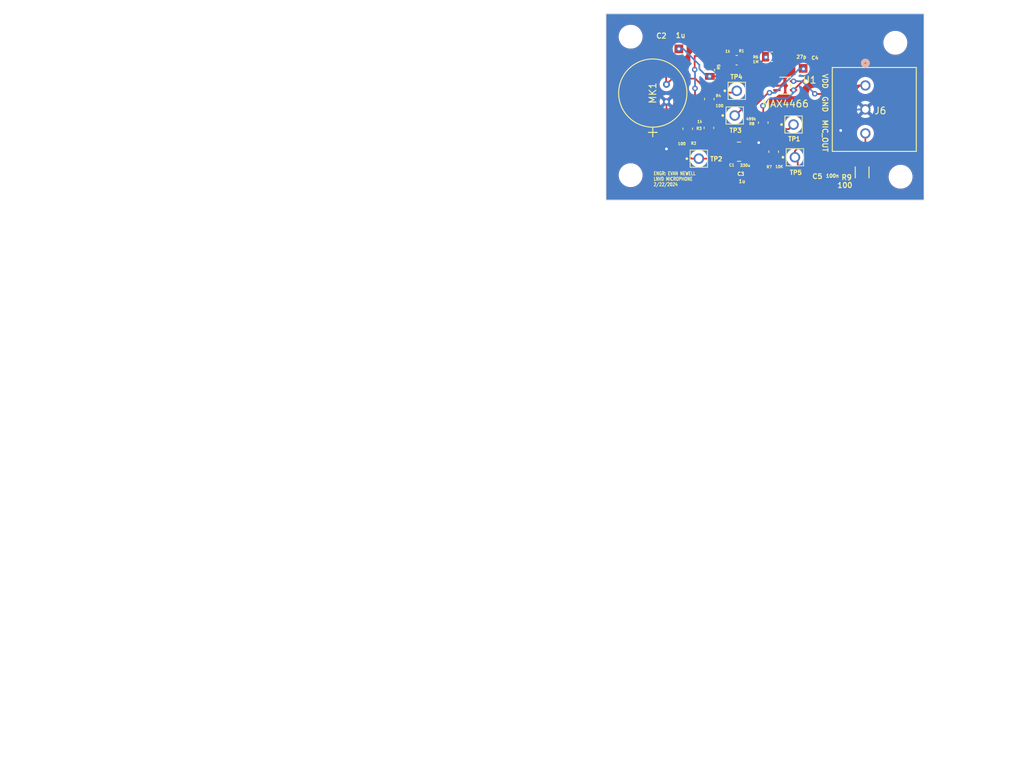
<source format=kicad_pcb>
(kicad_pcb (version 20221018) (generator pcbnew)
  (title_block (title "MICROPHONE PCB") (rev "A") (company "LNVD") (comment 1 "AUTHOR: EVAN NEWELL"))
  (layers (0 "F.Cu" signal) (31 "B.Cu" signal) (34 "B.Paste" user) (35 "F.Paste" user) (36 "B.SilkS" user "B.Silkscreen") (37 "F.SilkS" user "F.Silkscreen") (38 "B.Mask" user) (39 "F.Mask" user) (44 "Edge.Cuts" user))
  (net 0 "")
  (net 1 "/TP4")
  (net 2 "/TP3")
  (net 3 "/TP1")
  (net 4 "/TP5")
  (net 5 "Mic Out")
  (net 6 "GND")
  (net 7 "/TP2")
  (net 8 "VDD")
  (net 9 "Net-(R1-Pad2)")
  (net 10 "Net-(R3-Pad2)")
  (net 11 "Net-(C3-Pad1)")
  (footprint "MountingHole:MountingHole_3mm" (layer "F.Cu") (at 131.5974 77.4192)
    (fp_text reference "H2" hide)
    (fp_text value "MountingHole" hide)
    (pad "" np_thru_hole circle (at 0 0) (size 3 3) (drill 3) (layers "*.Cu" "*.Mask"))
  )
  (footprint "Library:RES_R1206_ROM-M" (layer "F.Cu") (at 165.3794 97.2312 90)
    (fp_text reference "R9" (at -0.7366 -2.2606 unlocked) (layer "F.SilkS") (effects (font (size 0.75 0.75))))
    (fp_text value "100" (at -1.8796 -2.5146 unlocked) (layer "F.SilkS") (effects (font (size 0.75 0.75))))
    (fp_line (start -0.800751 1.002) (end 0.800751 1.002) (stroke (width 0.1524)) (layer "F.SilkS"))
    (fp_line (start 0.800751 -1.002) (end -0.800751 -1.002) (stroke (width 0.1524)) (layer "F.SilkS"))
    (pad "1" smd rect (at -1.5494 0 90) (size 0.8636 1.8008) (layers "F.Cu" "F.Paste" "F.Mask") (net 4 "/TP5"))
    (pad "2" smd rect (at 1.5494 0 90) (size 0.8636 1.8008) (layers "F.Cu" "F.Paste" "F.Mask") (net 5 "Mic Out"))
    (zone (net 0) (net_name "") (layer "F.Cu") (connect_pads (clearance 0)) (min_thickness 0.254)
      (keepout (tracks not_allowed) (vias not_allowed) (pads allowed) (copperpour not_allowed) (footprints allowed))
      (fill (thermal_gap 0.508) (thermal_bridge_width 0.508))
      (polygon (pts (xy 164.5552 98.298) (xy 164.5552 96.1644) (xy 166.2036 96.1644) (xy 166.2036 98.298)))
    )
  )
  (footprint "Library:RESC2012X60N" (layer "F.Cu") (at 147.0708 80.8482 180)
    (fp_text reference "R1" (at -0.7064 1.3462) (layer "F.SilkS") (effects (font (size 0.393701 0.393701))))
    (fp_text value "1k" (at 1.31 1.3) (layer "F.SilkS") (effects (font (size 0.393701 0.393701) (thickness 0.098425))))
    (fp_line (start -0.12 -0.7) (end 0.12 -0.7) (stroke (width 0.127)) (layer "F.SilkS"))
    (fp_line (start -0.12 0.7) (end 0.12 0.7) (stroke (width 0.127)) (layer "F.SilkS"))
    (pad "1" smd rect (at -0.935 0 180) (size 1 1.42) (layers "F.Cu" "F.Paste" "F.Mask") (net 8 "VDD"))
    (pad "2" smd rect (at 0.935 0 180) (size 1 1.42) (layers "F.Cu" "F.Paste" "F.Mask") (net 9 "Net-(R1-Pad2)"))
  )
  (footprint "Library:RESC2012X60N" (layer "F.Cu") (at 143.1544 82.2754 -90)
    (fp_text reference "R5" (at -0.44 -1.3 90) (layer "F.SilkS") (effects (font (size 0.393701 0.393701))))
    (fp_text value "2M")
    (fp_line (start -0.12 -0.7) (end 0.12 -0.7) (stroke (width 0.127)) (layer "F.SilkS"))
    (fp_line (start -0.12 0.7) (end 0.12 0.7) (stroke (width 0.127)) (layer "F.SilkS"))
    (pad "1" smd rect (at -0.935 0 270) (size 1 1.42) (layers "F.Cu" "F.Paste" "F.Mask") (net 8 "VDD"))
    (pad "2" smd rect (at 0.935 0 270) (size 1 1.42) (layers "F.Cu" "F.Paste" "F.Mask") (net 2 "/TP3"))
  )
  (footprint "Library:Cap0805" (layer "F.Cu") (at 137.7061 79.1972)
    (fp_text reference "C2" (at -1.6129 -1.905 unlocked) (layer "F.SilkS") (effects (font (size 0.75 0.75))))
    (fp_text value "1u" (at 1.1811 -1.9812 unlocked) (layer "F.SilkS") (effects (font (size 0.75 0.75))))
    (pad "1" smd rect (at -0.9271 0) (size 1.27 1.27) (layers "F.Cu" "F.Paste" "F.Mask") (net 1 "/TP4"))
    (pad "2" smd rect (at 0.9271 0) (size 1.27 1.27) (layers "F.Cu" "F.Paste" "F.Mask") (net 2 "/TP3"))
    (zone (net 0) (net_name "") (layer "F.Cu") (connect_pads (clearance 0)) (min_thickness 0.254)
      (keepout (tracks not_allowed) (vias not_allowed) (pads allowed) (copperpour not_allowed) (footprints allowed))
      (fill (thermal_gap 0.508) (thermal_bridge_width 0.508))
      (polygon (pts (xy 137.4648 78.6384) (xy 137.9474 78.6384) (xy 137.9474 79.756) (xy 137.4648 79.756)))
    )
  )
  (footprint "Library:Cap0805" (layer "F.Cu") (at 157.6959 82.042)
    (fp_text reference "C4" (at 0.8001 -1.524 unlocked) (layer "F.SilkS") (effects (font (size 0.5 0.5) (thickness 0.125))))
    (fp_text value "27p" (at -1.1811 -1.6764 unlocked) (layer "F.SilkS") (effects (font (size 0.5 0.5) (thickness 0.125))))
    (pad "1" smd rect (at -0.9271 0) (size 1.27 1.27) (layers "F.Cu" "F.Paste" "F.Mask") (net 3 "/TP1"))
    (pad "2" smd rect (at 0.9271 0) (size 1.27 1.27) (layers "F.Cu" "F.Paste" "F.Mask") (net 4 "/TP5"))
    (zone (net 0) (net_name "") (layer "F.Cu") (connect_pads (clearance 0)) (min_thickness 0.254)
      (keepout (tracks not_allowed) (vias not_allowed) (pads allowed) (copperpour not_allowed) (footprints allowed))
      (fill (thermal_gap 0.508) (thermal_bridge_width 0.508))
      (polygon (pts (xy 157.4546 81.4832) (xy 157.9372 81.4832) (xy 157.9372 82.6008) (xy 157.4546 82.6008)))
    )
  )
  (footprint "Library:CONN_1984976_PXC" (layer "F.Cu") (at 165.857399 84.5364 -90)
    (fp_text reference "J6" (at 3.698001 -2.1844 unlocked) (layer "F.SilkS"))
    (fp_text value "VDD  GND  MIC_OUT" (at 4.008 5.888199 -90 unlocked) (layer "F.SilkS") (effects (font (size 0.75 0.75))))
    (fp_circle (center -3.261999 0) (end -2.880999 0) (stroke (width 0.508)) (fill none) (layer "B.SilkS"))
    (fp_line (start -2.626997 -7.427001) (end -2.626997 4.826998) (stroke (width 0.1524)) (layer "F.SilkS"))
    (fp_line (start -2.626997 4.826998) (end 9.626999 4.826998) (stroke (width 0.1524)) (layer "F.SilkS"))
    (fp_line (start 9.626999 -7.427001) (end -2.626997 -7.427001) (stroke (width 0.1524)) (layer "F.SilkS"))
    (fp_line (start 9.626999 4.826998) (end 9.626999 -7.427001) (stroke (width 0.1524)) (layer "F.SilkS"))
    (fp_circle (center -3.261999 0) (end -2.880999 0) (stroke (width 0.508)) (fill none) (layer "F.SilkS"))
    (pad "1" thru_hole circle (at 0 0 270) (size 1.4986 1.4986) (drill 0.9906) (layers "*.Cu" "*.Mask") (net 8 "VDD"))
    (pad "2" thru_hole circle (at 3.500001 0 270) (size 1.4986 1.4986) (drill 0.9906) (layers "*.Cu" "*.Mask") (net 6 "GND"))
    (pad "3" thru_hole circle (at 7.000001 0 270) (size 1.4986 1.4986) (drill 0.9906) (layers "*.Cu" "*.Mask") (net 5 "Mic Out"))
  )
  (footprint "Library:RESC2012X60N" (layer "F.Cu") (at 139.9286 90.8558 -90)
    (fp_text reference "R2" (at 2.1336 -0.8636 -180) (layer "F.SilkS") (effects (font (size 0.393701 0.393701) (thickness 0.098425))))
    (fp_text value "100" (at 2.1844 0.8636 180) (layer "F.SilkS") (effects (font (size 0.393701 0.393701) (thickness 0.098425))))
    (fp_line (start -0.12 -0.7) (end 0.12 -0.7) (stroke (width 0.127)) (layer "F.SilkS"))
    (fp_line (start -0.12 0.7) (end 0.12 0.7) (stroke (width 0.127)) (layer "F.SilkS"))
    (pad "1" smd rect (at -0.935 0 270) (size 1 1.42) (layers "F.Cu" "F.Paste" "F.Mask") (net 9 "Net-(R1-Pad2)"))
    (pad "2" smd rect (at 0.935 0 270) (size 1 1.42) (layers "F.Cu" "F.Paste" "F.Mask") (net 7 "/TP2"))
  )
  (footprint "Library:RESC2012X60N" (layer "F.Cu") (at 143.0782 86.5172 90)
    (fp_text reference "R4" (at 0.462 1.3208 180) (layer "F.SilkS") (effects (font (size 0.393701 0.393701))))
    (fp_text value "100" (at -0.9858 1.4986 180) (layer "F.SilkS") (effects (font (size 0.393701 0.393701) (thickness 0.098425))))
    (fp_line (start -0.12 -0.7) (end 0.12 -0.7) (stroke (width 0.127)) (layer "F.SilkS"))
    (fp_line (start -0.12 0.7) (end 0.12 0.7) (stroke (width 0.127)) (layer "F.SilkS"))
    (pad "1" smd rect (at -0.935 0 90) (size 1 1.42) (layers "F.Cu" "F.Paste" "F.Mask") (net 10 "Net-(R3-Pad2)"))
    (pad "2" smd rect (at 0.935 0 90) (size 1 1.42) (layers "F.Cu" "F.Paste" "F.Mask") (net 1 "/TP4"))
  )
  (footprint "Library:ADAM-TECH_PH1-01-UA" (layer "F.Cu") (at 155.575 95.0214)
    (fp_text reference "J5" hide)
    (fp_text value "TP5" (at 0.127 2.2352) (layer "F.SilkS") (effects (font (size 0.64 0.64))))
    (fp_line (start -1.27 -1.25) (end -1.27 1.25) (stroke (width 0.127)) (layer "F.SilkS"))
    (fp_line (start -1.27 1.25) (end 1.27 1.25) (stroke (width 0.127)) (layer "F.SilkS"))
    (fp_line (start 1.27 -1.25) (end -1.27 -1.25) (stroke (width 0.127)) (layer "F.SilkS"))
    (fp_line (start 1.27 1.25) (end 1.27 -1.25) (stroke (width 0.127)) (layer "F.SilkS"))
    (fp_circle (center -1.75 0) (end -1.65 0) (stroke (width 0.2)) (fill none) (layer "F.SilkS"))
    (pad "1" thru_hole circle (at 0 0) (size 1.53 1.53) (drill 1.02) (layers "*.Cu" "*.Mask") (net 4 "/TP5"))
  )
  (footprint "Library:ADAM-TECH_PH1-01-UA" (layer "F.Cu") (at 146.7866 88.9254)
    (fp_text reference "J3" hide)
    (fp_text value "TP3" (at 0.127 2.1844) (layer "F.SilkS") (effects (font (size 0.64 0.64))))
    (fp_line (start -1.27 -1.25) (end -1.27 1.25) (stroke (width 0.127)) (layer "F.SilkS"))
    (fp_line (start -1.27 1.25) (end 1.27 1.25) (stroke (width 0.127)) (layer "F.SilkS"))
    (fp_line (start 1.27 -1.25) (end -1.27 -1.25) (stroke (width 0.127)) (layer "F.SilkS"))
    (fp_line (start 1.27 1.25) (end 1.27 -1.25) (stroke (width 0.127)) (layer "F.SilkS"))
    (fp_circle (center -1.75 0) (end -1.65 0) (stroke (width 0.2)) (fill none) (layer "F.SilkS"))
    (pad "1" thru_hole circle (at 0 0) (size 1.53 1.53) (drill 1.02) (layers "*.Cu" "*.Mask") (net 2 "/TP3"))
  )
  (footprint "Library:RESC2012X60N" (layer "F.Cu") (at 150.9522 89.9716 90)
    (fp_text reference "R8" (at -0.173 -1.6764 180) (layer "F.SilkS") (effects (font (size 0.393701 0.393701))))
    (fp_text value "499k" (at 0.5382 -1.778 180) (layer "F.SilkS") (effects (font (size 0.393701 0.393701) (thickness 0.098425))))
    (fp_line (start -0.12 -0.7) (end 0.12 -0.7) (stroke (width 0.127)) (layer "F.SilkS"))
    (fp_line (start -0.12 0.7) (end 0.12 0.7) (stroke (width 0.127)) (layer "F.SilkS"))
    (pad "1" smd rect (at -0.935 0 90) (size 1 1.42) (layers "F.Cu" "F.Paste" "F.Mask") (net 3 "/TP1"))
    (pad "2" smd rect (at 0.935 0 90) (size 1 1.42) (layers "F.Cu" "F.Paste" "F.Mask") (net 4 "/TP5"))
  )
  (footprint "MountingHole:MountingHole_3mm" (layer "F.Cu") (at 170.9928 97.8662)
    (fp_text reference "H4" hide)
    (fp_text value "MountingHole" hide)
    (pad "" np_thru_hole circle (at 0 0) (size 3 3) (drill 3) (layers "*.Cu" "*.Mask"))
  )
  (footprint "Library:ADAM-TECH_PH1-01-UA" (layer "F.Cu") (at 141.5542 95.2246)
    (fp_text reference "J2" hide)
    (fp_text value "TP2" (at 2.54 0.0508) (layer "F.SilkS") (effects (font (size 0.64 0.64))))
    (fp_line (start -1.27 -1.25) (end -1.27 1.25) (stroke (width 0.127)) (layer "F.SilkS"))
    (fp_line (start -1.27 1.25) (end 1.27 1.25) (stroke (width 0.127)) (layer "F.SilkS"))
    (fp_line (start 1.27 -1.25) (end -1.27 -1.25) (stroke (width 0.127)) (layer "F.SilkS"))
    (fp_line (start 1.27 1.25) (end 1.27 -1.25) (stroke (width 0.127)) (layer "F.SilkS"))
    (fp_circle (center -1.75 0) (end -1.65 0) (stroke (width 0.2)) (fill none) (layer "F.SilkS"))
    (pad "1" thru_hole circle (at 0 0) (size 1.53 1.53) (drill 1.02) (layers "*.Cu" "*.Mask") (net 7 "/TP2"))
  )
  (footprint "Library:RESC2012X60N" (layer "F.Cu") (at 143.0274 90.7336 90)
    (fp_text reference "R3" (at -0.0968 -1.4478 180) (layer "F.SilkS") (effects (font (size 0.393701 0.393701))))
    (fp_text value "1k" (at 0.9192 -1.3462 180) (layer "F.SilkS") (effects (font (size 0.393701 0.393701) (thickness 0.098425))))
    (fp_line (start -0.12 -0.7) (end 0.12 -0.7) (stroke (width 0.127)) (layer "F.SilkS"))
    (fp_line (start -0.12 0.7) (end 0.12 0.7) (stroke (width 0.127)) (layer "F.SilkS"))
    (pad "1" smd rect (at -0.935 0 90) (size 1 1.42) (layers "F.Cu" "F.Paste" "F.Mask") (net 7 "/TP2"))
    (pad "2" smd rect (at 0.935 0 90) (size 1 1.42) (layers "F.Cu" "F.Paste" "F.Mask") (net 10 "Net-(R3-Pad2)"))
  )
  (footprint "Library:Mic_Op_Amp" (layer "F.Cu") (at 154.15895 84.567001)
    (fp_text reference "U1" (at 3.54965 -0.823201 unlocked) (layer "F.SilkS"))
    (fp_text value "MAX4466" (at 0.04445 2.652001 unlocked) (layer "F.SilkS"))
    (fp_line (start -0.8001 1.2319) (end 0.8001 1.2319) (stroke (width 0.1524)) (layer "F.SilkS"))
    (fp_line (start 0.8001 -1.2319) (end -0.8001 -1.2319) (stroke (width 0.1524)) (layer "F.SilkS"))
    (fp_line (start 0.8001 0.164859) (end 0.8001 -0.164859) (stroke (width 0.1524)) (layer "F.SilkS"))
    (pad "1" smd rect (at -1.21285 -0.649999) (size 1.0795 0.3048) (layers "F.Cu" "F.Paste" "F.Mask") (net 2 "/TP3"))
    (pad "2" smd rect (at -1.21285 0) (size 1.0795 0.3048) (layers "F.Cu" "F.Paste" "F.Mask") (net 6 "GND"))
    (pad "3" smd rect (at -1.21285 0.649999) (size 1.0795 0.3048) (layers "F.Cu" "F.Paste" "F.Mask") (net 3 "/TP1"))
    (pad "4" smd rect (at 1.21285 0.649999) (size 1.0795 0.3048) (layers "F.Cu" "F.Paste" "F.Mask") (net 4 "/TP5"))
    (pad "5" smd rect (at 1.21285 -0.649999) (size 1.0795 0.3048) (layers "F.Cu" "F.Paste" "F.Mask") (net 8 "VDD"))
  )
  (footprint "Library:Cap0805" (layer "F.Cu") (at 160.1089 95.9612 180)
    (fp_text reference "C5" (at 1.2573 -1.8542 unlocked) (layer "F.SilkS") (effects (font (size 0.7 0.75))))
    (fp_text value "100n" (at -0.9525 -1.778 unlocked) (layer "F.SilkS") (effects (font (size 0.5 0.5) (thickness 0.125))))
    (pad "1" smd rect (at -0.9271 0 180) (size 1.27 1.27) (layers "F.Cu" "F.Paste" "F.Mask") (net 5 "Mic Out"))
    (pad "2" smd rect (at 0.9271 0 180) (size 1.27 1.27) (layers "F.Cu" "F.Paste" "F.Mask") (net 6 "GND"))
    (zone (net 0) (net_name "") (layer "F.Cu") (connect_pads (clearance 0)) (min_thickness 0.254)
      (keepout (tracks not_allowed) (vias not_allowed) (pads allowed) (copperpour not_allowed) (footprints allowed))
      (fill (thermal_gap 0.508) (thermal_bridge_width 0.508))
      (polygon (pts (xy 160.3502 96.52) (xy 159.8676 96.52) (xy 159.8676 95.4024) (xy 160.3502 95.4024)))
    )
  )
  (footprint "Library:ADAM-TECH_PH1-01-UA" (layer "F.Cu") (at 147.0914 85.3186)
    (fp_text reference "J4" hide)
    (fp_text value "TP4" (at -0.0508 -2.032) (layer "F.SilkS") (effects (font (size 0.64 0.64))))
    (fp_line (start -1.27 -1.25) (end -1.27 1.25) (stroke (width 0.127)) (layer "F.SilkS"))
    (fp_line (start -1.27 1.25) (end 1.27 1.25) (stroke (width 0.127)) (layer "F.SilkS"))
    (fp_line (start 1.27 -1.25) (end -1.27 -1.25) (stroke (width 0.127)) (layer "F.SilkS"))
    (fp_line (start 1.27 1.25) (end 1.27 -1.25) (stroke (width 0.127)) (layer "F.SilkS"))
    (fp_circle (center -1.75 0) (end -1.65 0) (stroke (width 0.2)) (fill none) (layer "F.SilkS"))
    (pad "1" thru_hole circle (at 0 0) (size 1.53 1.53) (drill 1.02) (layers "*.Cu" "*.Mask") (net 1 "/TP4"))
  )
  (footprint "MountingHole:MountingHole_3mm" (layer "F.Cu") (at 170.2308 78.3082)
    (fp_text reference "H1" hide)
    (fp_text value "MountingHole" hide)
    (pad "" np_thru_hole circle (at 0 0) (size 3 3) (drill 3) (layers "*.Cu" "*.Mask"))
  )
  (footprint "Library:RESC2012X60N" (layer "F.Cu") (at 152.4762 94.2086 -90)
    (fp_text reference "R7" (at 2.2352 0.6604) (layer "F.SilkS") (effects (font (size 0.393701 0.393701) (thickness 0.098425))))
    (fp_text value "10K" (at 2.1844 -0.8128) (layer "F.SilkS") (effects (font (size 0.393701 0.393701) (thickness 0.098425))))
    (fp_line (start -0.12 -0.7) (end 0.12 -0.7) (stroke (width 0.127)) (layer "F.SilkS"))
    (fp_line (start -0.12 0.7) (end 0.12 0.7) (stroke (width 0.127)) (layer "F.SilkS"))
    (pad "1" smd rect (at -0.935 0 270) (size 1 1.42) (layers "F.Cu" "F.Paste" "F.Mask") (net 3 "/TP1"))
    (pad "2" smd rect (at 0.935 0 270) (size 1 1.42) (layers "F.Cu" "F.Paste" "F.Mask") (net 11 "Net-(C3-Pad1)"))
  )
  (footprint "Library:CAPC3225X280N" (layer "F.Cu") (at 147.4268 94.2086)
    (fp_text reference "C1" (at -1.072 1.9558) (layer "F.SilkS") (effects (font (size 0.393701 0.393701))))
    (fp_text value "330u" (at 0.89 2) (layer "F.SilkS") (effects (font (size 0.393701 0.393701) (thickness 0.098425))))
    (fp_line (start -0.26 -1.4) (end 0.26 -1.4) (stroke (width 0.127)) (layer "F.SilkS"))
    (fp_line (start -0.26 1.4) (end 0.26 1.4) (stroke (width 0.127)) (layer "F.SilkS"))
    (pad "1" smd rect (at -1.341 0) (size 1.53 2.81) (layers "F.Cu" "F.Paste" "F.Mask") (net 7 "/TP2"))
    (pad "2" smd rect (at 1.341 0) (size 1.53 2.81) (layers "F.Cu" "F.Paste" "F.Mask") (net 6 "GND"))
  )
  (footprint "Library:RESC2012X60N" (layer "F.Cu") (at 152.2016 80.3402)
    (fp_text reference "R6" (at -2.367 0.0508) (layer "F.SilkS") (effects (font (size 0.393701 0.393701))))
    (fp_text value "1M" (at -2.3416 0.7366) (layer "F.SilkS") (effects (font (size 0.393701 0.393701) (thickness 0.098425))))
    (fp_line (start -0.12 -0.7) (end 0.12 -0.7) (stroke (width 0.127)) (layer "F.SilkS"))
    (fp_line (start -0.12 0.7) (end 0.12 0.7) (stroke (width 0.127)) (layer "F.SilkS"))
    (pad "1" smd rect (at -0.935 0) (size 1 1.42) (layers "F.Cu" "F.Paste" "F.Mask") (net 2 "/TP3"))
    (pad "2" smd rect (at 0.935 0) (size 1 1.42) (layers "F.Cu" "F.Paste" "F.Mask") (net 6 "GND"))
  )
  (footprint "Library:ADAM-TECH_PH1-01-UA" (layer "F.Cu") (at 155.3718 90.2462)
    (fp_text reference "J1" hide)
    (fp_text value "TP1" (at 0.1016 2.1082) (layer "F.SilkS") (effects (font (size 0.64 0.64))))
    (fp_line (start -1.27 -1.25) (end -1.27 1.25) (stroke (width 0.127)) (layer "F.SilkS"))
    (fp_line (start -1.27 1.25) (end 1.27 1.25) (stroke (width 0.127)) (layer "F.SilkS"))
    (fp_line (start 1.27 -1.25) (end -1.27 -1.25) (stroke (width 0.127)) (layer "F.SilkS"))
    (fp_line (start 1.27 1.25) (end 1.27 -1.25) (stroke (width 0.127)) (layer "F.SilkS"))
    (fp_circle (center -1.75 0) (end -1.65 0) (stroke (width 0.2)) (fill none) (layer "F.SilkS"))
    (pad "1" thru_hole circle (at 0 0) (size 1.53 1.53) (drill 1.02) (layers "*.Cu" "*.Mask") (net 3 "/TP1"))
  )
  (footprint "MountingHole:MountingHole_3mm" (layer "F.Cu") (at 131.5974 97.6376)
    (fp_text reference "H3" hide)
    (fp_text value "MountingHole" hide)
    (pad "" np_thru_hole circle (at 0 0) (size 3 3) (drill 3) (layers "*.Cu" "*.Mask"))
  )
  (footprint "Library:CMA_CUI_9P7X9P7_CUD" (layer "F.Cu") (at 134.8298 86.9188 90)
    (fp_text reference "MK1" (at 1.27 0 90 unlocked) (layer "F.SilkS"))
    (fp_text value "Microphone_Condenser" hide)
    (fp_line (start -5.1054 0) (end -3.8354 0) (stroke (width 0.1524)) (layer "F.SilkS"))
    (fp_line (start -4.4704 -0.635) (end -4.4704 0.635) (stroke (width 0.1524)) (layer "F.SilkS"))
    (fp_circle (center 1.27 0) (end 6.2484 0) (stroke (width 0.1524)) (fill none) (layer "F.SilkS"))
    (pad "1" thru_hole circle (at 0 2 90) (size 1.016 1.016) (drill 0.508) (layers "*.Cu" "*.Mask") (net 6 "GND"))
    (pad "2" thru_hole circle (at 2.54 2 90) (size 1.016 1.016) (drill 0.508) (layers "*.Cu" "*.Mask") (net 1 "/TP4"))
  )
  (footprint "Library:Cap0805" (layer "F.Cu") (at 150.4569 98.0694 180)
    (fp_text reference "C3" (at 2.7813 0.6096 unlocked) (layer "F.SilkS") (effects (font (size 0.5 0.5) (thickness 0.125))))
    (fp_text value "1u" (at 2.6035 -0.4572 unlocked) (layer "F.SilkS") (effects (font (size 0.5 0.5) (thickness 0.125))))
    (pad "1" smd rect (at -0.9271 0 180) (size 1.27 1.27) (layers "F.Cu" "F.Paste" "F.Mask") (net 11 "Net-(C3-Pad1)"))
    (pad "2" smd rect (at 0.9271 0 180) (size 1.27 1.27) (layers "F.Cu" "F.Paste" "F.Mask") (net 6 "GND"))
    (zone (net 0) (net_name "") (layer "F.Cu") (connect_pads (clearance 0)) (min_thickness 0.254)
      (keepout (tracks not_allowed) (vias not_allowed) (pads allowed) (copperpour not_allowed) (footprints allowed))
      (fill (thermal_gap 0.508) (thermal_bridge_width 0.508))
      (polygon (pts (xy 150.6982 98.6282) (xy 150.2156 98.6282) (xy 150.2156 97.5106) (xy 150.6982 97.5106)))
    )
  )
  (gr_rect (start 128.016 74.0664) (end 174.3964 101.2698) (stroke (width 0.1)) (fill none) (layer "Edge.Cuts"))
  (gr_text "ENGR: EVAN NEWELL\nLNVD MICROPHONE\n2/22/2024" (at 134.8994 99.2886) (layer "F.SilkS") (effects (font (size 0.5 0.4) (thickness 0.1)) (justify left bottom)))
  (segment (start 143.0782 85.5822) (end 146.8278 85.5822) (width 0.25) (layer "F.Cu") (net 1))
  (segment (start 147.1422 85.3694) (end 147.0914 85.3186) (width 0.25) (layer "F.Cu") (net 1))
  (segment (start 136.779 84.328) (end 136.8298 84.3788) (width 0.25) (layer "F.Cu") (net 1))
  (segment (start 146.8278 85.5822) (end 147.0914 85.3186) (width 0.25) (layer "F.Cu") (net 1))
  (segment (start 136.779 79.1972) (end 136.779 84.328) (width 0.25) (layer "F.Cu") (net 1))
  (segment (start 137.668 83.5406) (end 136.8298 84.3788) (width 0.25) (layer "F.Cu") (net 1))
  (segment (start 137.668 83.5406) (end 141.0366 83.5406) (width 0.25) (layer "F.Cu") (net 1))
  (segment (start 141.0366 83.5406) (end 143.0782 85.5822) (width 0.25) (layer "F.Cu") (net 1))
  (segment (start 149.5806 82.1786) (end 151.3428 80.4164) (width 0.25) (layer "F.Cu") (net 2))
  (segment (start 143.129 83.185) (end 143.129 83.2104) (width 0.25) (layer "F.Cu") (net 2))
  (segment (start 146.7866 88.9254) (end 146.8882 88.9254) (width 0.25) (layer "F.Cu") (net 2))
  (segment (start 151.7238 80.7974) (end 151.0538 80.7974) (width 0.25) (layer "F.Cu") (net 2))
  (segment (start 149.479 83.185) (end 149.5806 83.0834) (width 0.25) (layer "F.Cu") (net 2))
  (segment (start 149.5806 83.0834) (end 149.5806 82.1786) (width 0.25) (layer "F.Cu") (net 2))
  (segment (start 149.5806 83.0834) (end 149.5806 83.55778) (width 0.25) (layer "F.Cu") (net 2))
  (segment (start 149.8092 84.3788) (end 150.10541 84.08259) (width 0.25) (layer "F.Cu") (net 2))
  (segment (start 149.5806 83.55778) (end 150.10541 84.08259) (width 0.25) (layer "F.Cu") (net 2))
  (segment (start 150.10541 84.08259) (end 150.270998 83.917002) (width 0.25) (layer "F.Cu") (net 2))
  (segment (start 143.129 83.2104) (end 149.479 83.185) (width 0.25) (layer "F.Cu") (net 2))
  (segment (start 146.8882 88.9254) (end 149.8092 86.0044) (width 0.25) (layer "F.Cu") (net 2))
  (segment (start 150.270998 83.917002) (end 152.9461 83.917002) (width 0.25) (layer "F.Cu") (net 2))
  (segment (start 149.8092 86.0044) (end 149.8092 84.3788) (width 0.25) (layer "F.Cu") (net 2))
  (via (at 143.129 83.2104) (size 0.8) (drill 0.4) (layers "F.Cu" "B.Cu") (net 2))
  (via (at 138.6332 79.1972) (size 0.8) (drill 0.4) (layers "F.Cu" "B.Cu") (net 2))
  (via (at 151.3428 80.4164) (size 0.8) (drill 0.4) (layers "F.Cu" "B.Cu") (net 2))
  (segment (start 139.2936 79.1972) (end 141.6296 81.5332) (width 0.25) (layer "B.Cu") (net 2))
  (segment (start 151.257 80.3306) (end 151.3428 80.4164) (width 0.25) (layer "B.Cu") (net 2))
  (segment (start 142.7226 83.2104) (end 143.129 83.2104) (width 0.25) (layer "B.Cu") (net 2))
  (segment (start 141.6296 81.5332) (end 141.6296 82.1174) (width 0.25) (layer "B.Cu") (net 2))
  (segment (start 138.6332 79.1972) (end 139.2936 79.1972) (width 0.25) (layer "B.Cu") (net 2))
  (segment (start 141.6296 82.1174) (end 142.7226 83.2104) (width 0.25) (layer "B.Cu") (net 2))
  (segment (start 149.098 90.2462) (end 149.7584 90.9066) (width 0.25) (layer "F.Cu") (net 3))
  (segment (start 156.7688 82.0674) (end 156.8196 82.1182) (width 0.25) (layer "F.Cu") (net 3))
  (segment (start 152.4762 90.9574) (end 152.4254 90.9066) (width 0.25) (layer "F.Cu") (net 3))
  (segment (start 149.098 88.1888) (end 149.098 90.2462) (width 0.25) (layer "F.Cu") (net 3))
  (segment (start 156.7688 82.042) (end 156.7688 82.0674) (width 0.25) (layer "F.Cu") (net 3))
  (segment (start 152.5651 85.598) (end 152.9461 85.217) (width 0.25) (layer "F.Cu") (net 3))
  (segment (start 149.7584 90.9066) (end 150.9522 90.9066) (width 0.25) (layer "F.Cu") (net 3))
  (segment (start 154.7114 90.9066) (end 155.3718 90.2462) (width 0.25) (layer "F.Cu") (net 3))
  (segment (start 152.4254 90.9066) (end 154.7114 90.9066) (width 0.25) (layer "F.Cu") (net 3))
  (segment (start 151.8666 85.598) (end 152.5651 85.598) (width 0.25) (layer "F.Cu") (net 3))
  (segment (start 151.8666 85.598) (end 151.6888 85.598) (width 0.25) (layer "F.Cu") (net 3))
  (segment (start 152.4762 93.2736) (end 152.4762 90.9574) (width 0.25) (layer "F.Cu") (net 3))
  (segment (start 151.6888 85.598) (end 149.098 88.1888) (width 0.25) (layer "F.Cu") (net 3))
  (segment (start 150.9522 90.9066) (end 152.4254 90.9066) (width 0.25) (layer "F.Cu") (net 3))
  (via (at 156.8196 82.1182) (size 0.8) (drill 0.4) (layers "F.Cu" "B.Cu") (net 3))
  (via (at 151.8666 85.598) (size 0.8) (drill 0.4) (layers "F.Cu" "B.Cu") (net 3))
  (segment (start 152.722065 85.598) (end 151.8666 85.598) (width 0.25) (layer "B.Cu") (net 3))
  (segment (start 156.8196 82.1182) (end 156.201865 82.1182) (width 0.25) (layer "B.Cu") (net 3))
  (segment (start 156.201865 82.1182) (end 152.722065 85.598) (width 0.25) (layer "B.Cu") (net 3))
  (segment (start 150.9522 87.5538) (end 150.9014 87.503) (width 0.25) (layer "F.Cu") (net 4))
  (segment (start 158.623 82.091778) (end 158.623 82.042) (width 0.25) (layer "F.Cu") (net 4))
  (segment (start 155.575 94.107) (end 157.9626 91.7194) (width 0.25) (layer "F.Cu") (net 4))
  (segment (start 157.863 82.7258) (end 157.988978 82.7258) (width 0.25) (layer "F.Cu") (net 4))
  (segment (start 156.2608 98.7806) (end 155.9814 98.5012) (width 0.25) (layer "F.Cu") (net 4))
  (segment (start 155.9814 98.5012) (end 155.9814 95.4278) (width 0.25) (layer "F.Cu") (net 4))
  (segment (start 150.9522 89.0366) (end 150.9522 87.5538) (width 0.25) (layer "F.Cu") (net 4))
  (segment (start 157.9626 88.5698) (end 157.6578 88.265) (width 0.25) (layer "F.Cu") (net 4))
  (segment (start 155.3718 85.217) (end 157.863 82.7258) (width 0.25) (layer "F.Cu") (net 4))
  (segment (start 157.988978 82.7258) (end 158.623 82.091778) (width 0.25) (layer "F.Cu") (net 4))
  (segment (start 151.7746 88.2142) (end 150.9522 89.0366) (width 0.25) (layer "F.Cu") (net 4))
  (segment (start 155.575 95.0214) (end 155.575 94.107) (width 0.25) (layer "F.Cu") (net 4))
  (segment (start 155.9814 95.4278) (end 155.575 95.0214) (width 0.25) (layer "F.Cu") (net 4))
  (segment (start 157.6578 88.265) (end 152.273 88.265) (width 0.25) (layer "F.Cu") (net 4))
  (segment (start 157.9626 91.7194) (end 157.9626 88.5698) (width 0.25) (layer "F.Cu") (net 4))
  (segment (start 152.2222 88.2142) (end 151.7746 88.2142) (width 0.25) (layer "F.Cu") (net 4))
  (segment (start 152.273 88.265) (end 152.2222 88.2142) (width 0.25) (layer "F.Cu") (net 4))
  (segment (start 165.3794 98.7806) (end 156.2608 98.7806) (width 0.25) (layer "F.Cu") (net 4))
  (via (at 155.3718 85.217) (size 0.8) (drill 0.4) (layers "F.Cu" "B.Cu") (net 4))
  (via (at 150.9014 87.503) (size 0.8) (drill 0.4) (layers "F.Cu" "B.Cu") (net 4))
  (segment (start 155.3718 85.5726) (end 155.3718 85.217) (width 0.25) (layer "B.Cu") (net 4))
  (segment (start 154.559 86.3854) (end 155.3718 85.5726) (width 0.25) (layer "B.Cu") (net 4))
  (segment (start 150.9014 87.503) (end 152.019 86.3854) (width 0.25) (layer "B.Cu") (net 4))
  (segment (start 152.019 86.3854) (end 154.559 86.3854) (width 0.25) (layer "B.Cu") (net 4))
  (segment (start 165.0238 95.3262) (end 165.3794 95.6818) (width 0.25) (layer "F.Cu") (net 5))
  (segment (start 165.857399 95.203801) (end 165.857399 91.536401) (width 0.25) (layer "F.Cu") (net 5))
  (segment (start 165.3794 95.6818) (end 165.857399 95.203801) (width 0.25) (layer "F.Cu") (net 5))
  (segment (start 165.3794 95.6818) (end 161.3154 95.6818) (width 0.25) (layer "F.Cu") (net 5))
  (segment (start 161.3154 95.6818) (end 161.036 95.9612) (width 0.25) (layer "F.Cu") (net 5))
  (segment (start 148.7678 94.2086) (end 150.0886 92.8878) (width 0.25) (layer "F.Cu") (net 6))
  (segment (start 154.0002 83.1342) (end 154.0002 84.052651) (width 0.25) (layer "F.Cu") (net 6))
  (segment (start 136.8298 86.9188) (end 136.8298 93.8022) (width 0.25) (layer "F.Cu") (net 6))
  (segment (start 153.1366 82.2706) (end 154.0002 83.1342) (width 0.25) (layer "F.Cu") (net 6))
  (segment (start 150.0886 92.8878) (end 150.2918 92.8878) (width 0.25) (layer "F.Cu") (net 6))
  (segment (start 154.0002 84.052651) (end 153.48585 84.567001) (width 0.25) (layer "F.Cu") (net 6))
  (segment (start 153.48585 84.567001) (end 152.9461 84.567001) (width 0.25) (layer "F.Cu") (net 6))
  (segment (start 149.5298 98.0694) (end 149.5298 94.9706) (width 0.25) (layer "F.Cu") (net 6))
  (segment (start 159.1818 95.9612) (end 159.1818 94.1832) (width 0.25) (layer "F.Cu") (net 6))
  (segment (start 153.1366 80.3402) (end 153.1366 82.2706) (width 0.25) (layer "F.Cu") (net 6))
  (segment (start 159.1818 94.1832) (end 162.2552 91.1098) (width 0.25) (layer "F.Cu") (net 6))
  (segment (start 149.5298 94.9706) (end 148.7678 94.2086) (width 0.25) (layer "F.Cu") (net 6))
  (via (at 150.2918 92.8878) (size 0.8) (drill 0.4) (layers "F.Cu" "B.Cu") (net 6))
  (via (at 136.8298 93.8022) (size 0.8) (drill 0.4) (layers "F.Cu" "B.Cu") (net 6))
  (via (at 162.2552 91.1098) (size 0.8) (drill 0.4) (layers "F.Cu" "B.Cu") (net 6))
  (segment (start 164.8206 88.067) (end 165.0238 88.067) (width 0.25) (layer "B.Cu") (net 6))
  (segment (start 162.5346 84.5312) (end 162.5346 84.713602) (width 0.25) (layer "B.Cu") (net 6))
  (segment (start 153.3398 89.8398) (end 153.3398 87.757) (width 0.25) (layer "B.Cu") (net 6))
  (segment (start 153.6498 88.067) (end 164.8206 88.067) (width 0.25) (layer "B.Cu") (net 6))
  (segment (start 162.5346 84.713602) (end 165.857399 88.036401) (width 0.25) (layer "B.Cu") (net 6))
  (segment (start 164.8206 88.067) (end 164.851199 88.036401) (width 0.25) (layer "B.Cu") (net 6))
  (segment (start 162.2552 91.1098) (end 162.784 91.1098) (width 0.25) (layer "B.Cu") (net 6))
  (segment (start 164.851199 88.036401) (end 165.857399 88.036401) (width 0.25) (layer "B.Cu") (net 6))
  (segment (start 161.9504 83.947) (end 162.5346 84.5312) (width 0.25) (layer "B.Cu") (net 6))
  (segment (start 153.3398 87.757) (end 153.6498 88.067) (width 0.25) (layer "B.Cu") (net 6))
  (segment (start 162.784 91.1098) (end 165.857399 88.036401) (width 0.25) (layer "B.Cu") (net 6))
  (segment (start 136.8298 93.8022) (end 149.3774 93.8022) (width 0.25) (layer "B.Cu") (net 6))
  (segment (start 150.2918 92.8878) (end 153.3398 89.8398) (width 0.25) (layer "B.Cu") (net 6))
  (segment (start 149.3774 93.8022) (end 150.2918 92.8878) (width 0.25) (layer "B.Cu") (net 6))
  (segment (start 143.0274 91.6686) (end 140.0508 91.6686) (width 0.25) (layer "F.Cu") (net 7))
  (segment (start 139.9286 94.6658) (end 140.4874 95.2246) (width 0.25) (layer "F.Cu") (net 7))
  (segment (start 139.9286 91.7908) (end 139.9286 94.6658) (width 0.25) (layer "F.Cu") (net 7))
  (segment (start 146.0858 94.2086) (end 145.0698 95.2246) (width 0.25) (layer "F.Cu") (net 7))
  (segment (start 140.4874 95.2246) (end 141.5542 95.2246) (width 0.25) (layer "F.Cu") (net 7))
  (segment (start 145.0698 95.2246) (end 141.5542 95.2246) (width 0.25) (layer "F.Cu") (net 7))
  (segment (start 140.0508 91.6686) (end 139.9286 91.7908) (width 0.25) (layer "F.Cu") (net 7))
  (segment (start 164.8968 84.566999) (end 165.0238 84.566999) (width 0.25) (layer "F.Cu") (net 8))
  (segment (start 148.0058 80.8482) (end 148.0058 79.883) (width 0.25) (layer "F.Cu") (net 8))
  (segment (start 163.814999 85.7758) (end 158.5468 85.7758) (width 0.25) (layer "F.Cu") (net 8))
  (segment (start 165.0238 84.566999) (end 163.814999 85.7758) (width 0.25) (layer "F.Cu") (net 8))
  (segment (start 158.4706 85.7504) (end 158.496 85.7758) (width 0.25) (layer "F.Cu") (net 8))
  (segment (start 158.5468 85.7758) (end 158.4706 85.7504) (width 0.25) (layer "F.Cu") (net 8))
  (segment (start 164.927399 84.5364) (end 165.857399 84.5364) (width 0.25) (layer "F.Cu") (net 8))
  (segment (start 144.1546 81.315) (end 145.1102 82.2706) (width 0.25) (layer "F.Cu") (net 8))
  (segment (start 158.496 85.7758) (end 158.5214 85.7758) (width 0.25) (layer "F.Cu") (net 8))
  (segment (start 158.4706 78.6892) (end 164.348399 84.566999) (width 0.25) (layer "F.Cu") (net 8))
  (segment (start 145.1102 82.2706) (end 147.8534 82.2706) (width 0.25) (layer "F.Cu") (net 8))
  (segment (start 143.129 81.315) (end 144.1546 81.315) (width 0.25) (layer "F.Cu") (net 8))
  (segment (start 148.0058 79.883) (end 149.1996 78.6892) (width 0.25) (layer "F.Cu") (net 8))
  (segment (start 148.0058 82.1182) (end 148.0058 80.8482) (width 0.25) (layer "F.Cu") (net 8))
  (segment (start 149.1996 78.6892) (end 158.4706 78.6892) (width 0.25) (layer "F.Cu") (net 8))
  (segment (start 164.348399 84.566999) (end 164.8968 84.566999) (width 0.25) (layer "F.Cu") (net 8))
  (segment (start 164.8968 84.566999) (end 164.927399 84.5364) (width 0.25) (layer "F.Cu") (net 8))
  (segment (start 147.8534 82.2706) (end 148.0058 82.1182) (width 0.25) (layer "F.Cu") (net 8))
  (via (at 158.4706 85.7504) (size 0.8) (drill 0.4) (layers "F.Cu" "B.Cu") (net 8))
  (via (at 155.3718 83.917002) (size 0.8) (drill 0.4) (layers "F.Cu" "B.Cu") (net 8))
  (segment (start 156.637202 83.917002) (end 155.3718 83.917002) (width 0.25) (layer "B.Cu") (net 8))
  (segment (start 158.4706 85.7504) (end 156.637202 83.917002) (width 0.25) (layer "B.Cu") (net 8))
  (segment (start 140.9446 82.2198) (end 140.9446 80.2386) (width 0.25) (layer "F.Cu") (net 9))
  (segment (start 145.5262 80.2386) (end 146.1358 80.8482) (width 0.25) (layer "F.Cu") (net 9))
  (segment (start 140.9954 88.854) (end 140.9954 84.963) (width 0.25) (layer "F.Cu") (net 9))
  (segment (start 139.9286 89.9208) (end 140.9954 88.854) (width 0.25) (layer "F.Cu") (net 9))
  (segment (start 140.9446 80.2386) (end 145.5262 80.2386) (width 0.25) (layer "F.Cu") (net 9))
  (via (at 140.9446 82.2198) (size 0.8) (drill 0.4) (layers "F.Cu" "B.Cu") (net 9))
  (via (at 140.9954 84.963) (size 0.8) (drill 0.4) (layers "F.Cu" "B.Cu") (net 9))
  (segment (start 140.9954 82.2706) (end 140.9446 82.2198) (width 0.25) (layer "B.Cu") (net 9))
  (segment (start 140.9954 84.963) (end 140.9954 82.2706) (width 0.25) (layer "B.Cu") (net 9))
  (segment (start 143.0274 89.7986) (end 143.0274 87.503) (width 0.25) (layer "F.Cu") (net 10))
  (segment (start 143.0274 87.503) (end 143.0782 87.4522) (width 0.25) (layer "F.Cu") (net 10))
  (segment (start 151.384 96.2358) (end 152.4762 95.1436) (width 0.25) (layer "F.Cu") (net 11))
  (segment (start 151.384 98.0694) (end 151.384 96.2358) (width 0.25) (layer "F.Cu") (net 11))
  (zone (net 6) (net_name "GND") (layer "F.Cu") (priority 1) (connect_pads (clearance 0.5)) (min_thickness 0.25) (fill yes (thermal_gap 0.5) (thermal_bridge_width 0.5))
    (polygon (pts (xy 188.749474 91.97215) (xy 181.434274 72.05855) (xy 122.633274 72.82055) (xy 120.321874 103.12275) (xy 189.003474 103.70695) (xy 188.851074 91.79435)))
  )
  (zone (net 6) (net_name "GND") (layer "B.Cu") (connect_pads (clearance 0.5)) (min_thickness 0.25) (fill yes (thermal_gap 0.5) (thermal_bridge_width 0.5))
    (polygon (pts (xy 122.94481 73.09655) (xy 120.20161 103.14475) (xy 188.88321 103.72895) (xy 181.31401 72.08055) (xy 122.51301 72.84255)))
  )
)
</source>
